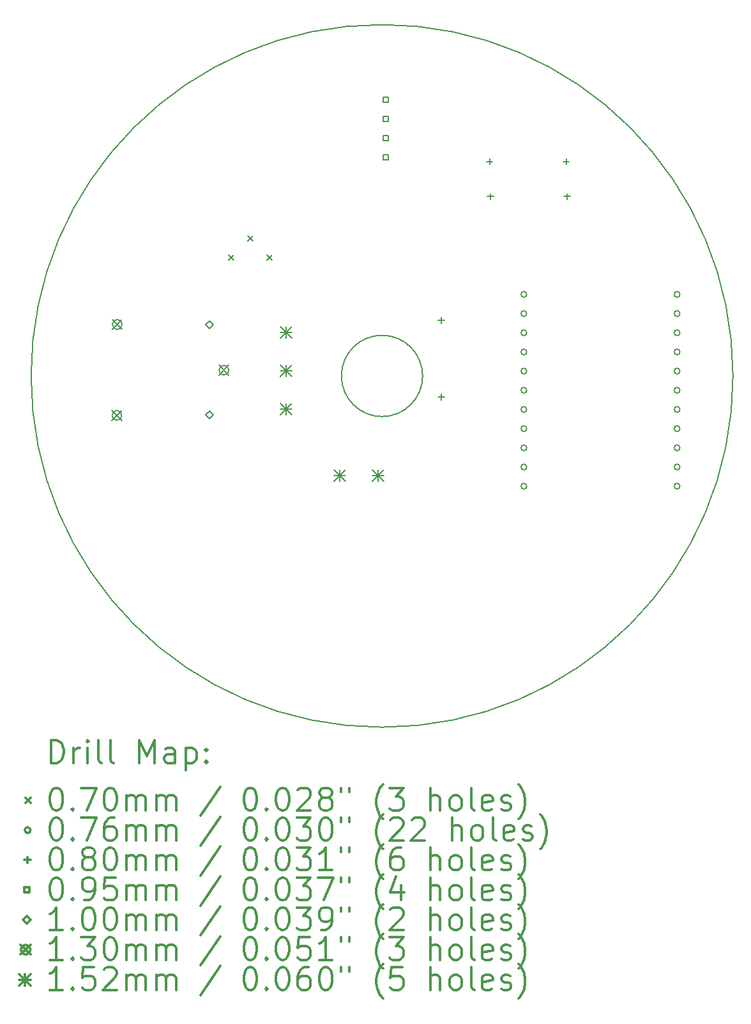
<source format=gbr>
%FSLAX45Y45*%
G04 Gerber Fmt 4.5, Leading zero omitted, Abs format (unit mm)*
G04 Created by KiCad (PCBNEW 4.0.7) date 2018 May 07, Monday 10:52:16*
%MOMM*%
%LPD*%
G01*
G04 APERTURE LIST*
%ADD10C,0.127000*%
%ADD11C,0.150000*%
%ADD12C,0.200000*%
%ADD13C,0.300000*%
G04 APERTURE END LIST*
D10*
D11*
X15981716Y-9042400D02*
G75*
G03X15981716Y-9042400I-538517J0D01*
G01*
X20095963Y-9042400D02*
G75*
G03X20095963Y-9042400I-4652763J0D01*
G01*
D12*
X13405400Y-7441500D02*
X13475400Y-7511500D01*
X13475400Y-7441500D02*
X13405400Y-7511500D01*
X13659400Y-7187500D02*
X13729400Y-7257500D01*
X13729400Y-7187500D02*
X13659400Y-7257500D01*
X13913400Y-7441500D02*
X13983400Y-7511500D01*
X13983400Y-7441500D02*
X13913400Y-7511500D01*
X17360900Y-7962900D02*
G75*
G03X17360900Y-7962900I-38100J0D01*
G01*
X17360900Y-8216900D02*
G75*
G03X17360900Y-8216900I-38100J0D01*
G01*
X17360900Y-8470900D02*
G75*
G03X17360900Y-8470900I-38100J0D01*
G01*
X17360900Y-8724900D02*
G75*
G03X17360900Y-8724900I-38100J0D01*
G01*
X17360900Y-8978900D02*
G75*
G03X17360900Y-8978900I-38100J0D01*
G01*
X17360900Y-9232900D02*
G75*
G03X17360900Y-9232900I-38100J0D01*
G01*
X17360900Y-9486900D02*
G75*
G03X17360900Y-9486900I-38100J0D01*
G01*
X17360900Y-9740900D02*
G75*
G03X17360900Y-9740900I-38100J0D01*
G01*
X17360900Y-9994900D02*
G75*
G03X17360900Y-9994900I-38100J0D01*
G01*
X17360900Y-10248900D02*
G75*
G03X17360900Y-10248900I-38100J0D01*
G01*
X17360900Y-10502900D02*
G75*
G03X17360900Y-10502900I-38100J0D01*
G01*
X19392900Y-7962900D02*
G75*
G03X19392900Y-7962900I-38100J0D01*
G01*
X19392900Y-8216900D02*
G75*
G03X19392900Y-8216900I-38100J0D01*
G01*
X19392900Y-8470900D02*
G75*
G03X19392900Y-8470900I-38100J0D01*
G01*
X19392900Y-8724900D02*
G75*
G03X19392900Y-8724900I-38100J0D01*
G01*
X19392900Y-8978900D02*
G75*
G03X19392900Y-8978900I-38100J0D01*
G01*
X19392900Y-9232900D02*
G75*
G03X19392900Y-9232900I-38100J0D01*
G01*
X19392900Y-9486900D02*
G75*
G03X19392900Y-9486900I-38100J0D01*
G01*
X19392900Y-9740900D02*
G75*
G03X19392900Y-9740900I-38100J0D01*
G01*
X19392900Y-9994900D02*
G75*
G03X19392900Y-9994900I-38100J0D01*
G01*
X19392900Y-10248900D02*
G75*
G03X19392900Y-10248900I-38100J0D01*
G01*
X19392900Y-10502900D02*
G75*
G03X19392900Y-10502900I-38100J0D01*
G01*
X16230600Y-8265800D02*
X16230600Y-8345800D01*
X16190600Y-8305800D02*
X16270600Y-8305800D01*
X16230600Y-9281800D02*
X16230600Y-9361800D01*
X16190600Y-9321800D02*
X16270600Y-9321800D01*
X16870200Y-6162700D02*
X16870200Y-6242700D01*
X16830200Y-6202700D02*
X16910200Y-6202700D01*
X16881300Y-6626500D02*
X16881300Y-6706500D01*
X16841300Y-6666500D02*
X16921300Y-6666500D01*
X17886200Y-6162700D02*
X17886200Y-6242700D01*
X17846200Y-6202700D02*
X17926200Y-6202700D01*
X17897300Y-6626500D02*
X17897300Y-6706500D01*
X17857300Y-6666500D02*
X17937300Y-6666500D01*
X15528888Y-5414588D02*
X15528888Y-5347412D01*
X15461712Y-5347412D01*
X15461712Y-5414588D01*
X15528888Y-5414588D01*
X15528888Y-5668588D02*
X15528888Y-5601412D01*
X15461712Y-5601412D01*
X15461712Y-5668588D01*
X15528888Y-5668588D01*
X15528888Y-5922588D02*
X15528888Y-5855412D01*
X15461712Y-5855412D01*
X15461712Y-5922588D01*
X15528888Y-5922588D01*
X15528888Y-6176588D02*
X15528888Y-6109412D01*
X15461712Y-6109412D01*
X15461712Y-6176588D01*
X15528888Y-6176588D01*
X13152700Y-8411200D02*
X13202700Y-8361200D01*
X13152700Y-8311200D01*
X13102700Y-8361200D01*
X13152700Y-8411200D01*
X13152700Y-9611200D02*
X13202700Y-9561200D01*
X13152700Y-9511200D01*
X13102700Y-9561200D01*
X13152700Y-9611200D01*
X11862700Y-9501200D02*
X11992700Y-9631200D01*
X11992700Y-9501200D02*
X11862700Y-9631200D01*
X11992700Y-9566200D02*
G75*
G03X11992700Y-9566200I-65000J0D01*
G01*
X11867700Y-8296200D02*
X11997700Y-8426200D01*
X11997700Y-8296200D02*
X11867700Y-8426200D01*
X11997700Y-8361200D02*
G75*
G03X11997700Y-8361200I-65000J0D01*
G01*
X13282700Y-8901200D02*
X13412700Y-9031200D01*
X13412700Y-8901200D02*
X13282700Y-9031200D01*
X13412700Y-8966200D02*
G75*
G03X13412700Y-8966200I-65000J0D01*
G01*
X14094500Y-8385800D02*
X14246900Y-8538200D01*
X14246900Y-8385800D02*
X14094500Y-8538200D01*
X14170700Y-8385800D02*
X14170700Y-8538200D01*
X14094500Y-8462000D02*
X14246900Y-8462000D01*
X14094500Y-8893800D02*
X14246900Y-9046200D01*
X14246900Y-8893800D02*
X14094500Y-9046200D01*
X14170700Y-8893800D02*
X14170700Y-9046200D01*
X14094500Y-8970000D02*
X14246900Y-8970000D01*
X14094500Y-9401800D02*
X14246900Y-9554200D01*
X14246900Y-9401800D02*
X14094500Y-9554200D01*
X14170700Y-9401800D02*
X14170700Y-9554200D01*
X14094500Y-9478000D02*
X14246900Y-9478000D01*
X14808200Y-10287000D02*
X14960600Y-10439400D01*
X14960600Y-10287000D02*
X14808200Y-10439400D01*
X14884400Y-10287000D02*
X14884400Y-10439400D01*
X14808200Y-10363200D02*
X14960600Y-10363200D01*
X15316200Y-10287000D02*
X15468600Y-10439400D01*
X15468600Y-10287000D02*
X15316200Y-10439400D01*
X15392400Y-10287000D02*
X15392400Y-10439400D01*
X15316200Y-10363200D02*
X15468600Y-10363200D01*
D13*
X11054366Y-14168377D02*
X11054366Y-13868377D01*
X11125794Y-13868377D01*
X11168652Y-13882663D01*
X11197223Y-13911234D01*
X11211509Y-13939806D01*
X11225794Y-13996948D01*
X11225794Y-14039806D01*
X11211509Y-14096948D01*
X11197223Y-14125520D01*
X11168652Y-14154091D01*
X11125794Y-14168377D01*
X11054366Y-14168377D01*
X11354366Y-14168377D02*
X11354366Y-13968377D01*
X11354366Y-14025520D02*
X11368652Y-13996948D01*
X11382937Y-13982663D01*
X11411509Y-13968377D01*
X11440080Y-13968377D01*
X11540080Y-14168377D02*
X11540080Y-13968377D01*
X11540080Y-13868377D02*
X11525794Y-13882663D01*
X11540080Y-13896948D01*
X11554366Y-13882663D01*
X11540080Y-13868377D01*
X11540080Y-13896948D01*
X11725794Y-14168377D02*
X11697223Y-14154091D01*
X11682937Y-14125520D01*
X11682937Y-13868377D01*
X11882937Y-14168377D02*
X11854366Y-14154091D01*
X11840080Y-14125520D01*
X11840080Y-13868377D01*
X12225794Y-14168377D02*
X12225794Y-13868377D01*
X12325794Y-14082663D01*
X12425794Y-13868377D01*
X12425794Y-14168377D01*
X12697223Y-14168377D02*
X12697223Y-14011234D01*
X12682937Y-13982663D01*
X12654366Y-13968377D01*
X12597223Y-13968377D01*
X12568652Y-13982663D01*
X12697223Y-14154091D02*
X12668652Y-14168377D01*
X12597223Y-14168377D01*
X12568652Y-14154091D01*
X12554366Y-14125520D01*
X12554366Y-14096948D01*
X12568652Y-14068377D01*
X12597223Y-14054091D01*
X12668652Y-14054091D01*
X12697223Y-14039806D01*
X12840080Y-13968377D02*
X12840080Y-14268377D01*
X12840080Y-13982663D02*
X12868652Y-13968377D01*
X12925794Y-13968377D01*
X12954366Y-13982663D01*
X12968652Y-13996948D01*
X12982937Y-14025520D01*
X12982937Y-14111234D01*
X12968652Y-14139806D01*
X12954366Y-14154091D01*
X12925794Y-14168377D01*
X12868652Y-14168377D01*
X12840080Y-14154091D01*
X13111509Y-14139806D02*
X13125794Y-14154091D01*
X13111509Y-14168377D01*
X13097223Y-14154091D01*
X13111509Y-14139806D01*
X13111509Y-14168377D01*
X13111509Y-13982663D02*
X13125794Y-13996948D01*
X13111509Y-14011234D01*
X13097223Y-13996948D01*
X13111509Y-13982663D01*
X13111509Y-14011234D01*
X10712937Y-14627663D02*
X10782937Y-14697663D01*
X10782937Y-14627663D02*
X10712937Y-14697663D01*
X11111509Y-14498377D02*
X11140080Y-14498377D01*
X11168652Y-14512663D01*
X11182937Y-14526948D01*
X11197223Y-14555520D01*
X11211509Y-14612663D01*
X11211509Y-14684091D01*
X11197223Y-14741234D01*
X11182937Y-14769806D01*
X11168652Y-14784091D01*
X11140080Y-14798377D01*
X11111509Y-14798377D01*
X11082937Y-14784091D01*
X11068652Y-14769806D01*
X11054366Y-14741234D01*
X11040080Y-14684091D01*
X11040080Y-14612663D01*
X11054366Y-14555520D01*
X11068652Y-14526948D01*
X11082937Y-14512663D01*
X11111509Y-14498377D01*
X11340080Y-14769806D02*
X11354366Y-14784091D01*
X11340080Y-14798377D01*
X11325794Y-14784091D01*
X11340080Y-14769806D01*
X11340080Y-14798377D01*
X11454366Y-14498377D02*
X11654366Y-14498377D01*
X11525794Y-14798377D01*
X11825794Y-14498377D02*
X11854366Y-14498377D01*
X11882937Y-14512663D01*
X11897223Y-14526948D01*
X11911509Y-14555520D01*
X11925794Y-14612663D01*
X11925794Y-14684091D01*
X11911509Y-14741234D01*
X11897223Y-14769806D01*
X11882937Y-14784091D01*
X11854366Y-14798377D01*
X11825794Y-14798377D01*
X11797223Y-14784091D01*
X11782937Y-14769806D01*
X11768652Y-14741234D01*
X11754366Y-14684091D01*
X11754366Y-14612663D01*
X11768652Y-14555520D01*
X11782937Y-14526948D01*
X11797223Y-14512663D01*
X11825794Y-14498377D01*
X12054366Y-14798377D02*
X12054366Y-14598377D01*
X12054366Y-14626948D02*
X12068652Y-14612663D01*
X12097223Y-14598377D01*
X12140080Y-14598377D01*
X12168652Y-14612663D01*
X12182937Y-14641234D01*
X12182937Y-14798377D01*
X12182937Y-14641234D02*
X12197223Y-14612663D01*
X12225794Y-14598377D01*
X12268652Y-14598377D01*
X12297223Y-14612663D01*
X12311509Y-14641234D01*
X12311509Y-14798377D01*
X12454366Y-14798377D02*
X12454366Y-14598377D01*
X12454366Y-14626948D02*
X12468652Y-14612663D01*
X12497223Y-14598377D01*
X12540080Y-14598377D01*
X12568652Y-14612663D01*
X12582937Y-14641234D01*
X12582937Y-14798377D01*
X12582937Y-14641234D02*
X12597223Y-14612663D01*
X12625794Y-14598377D01*
X12668652Y-14598377D01*
X12697223Y-14612663D01*
X12711509Y-14641234D01*
X12711509Y-14798377D01*
X13297223Y-14484091D02*
X13040080Y-14869806D01*
X13682937Y-14498377D02*
X13711509Y-14498377D01*
X13740080Y-14512663D01*
X13754366Y-14526948D01*
X13768651Y-14555520D01*
X13782937Y-14612663D01*
X13782937Y-14684091D01*
X13768651Y-14741234D01*
X13754366Y-14769806D01*
X13740080Y-14784091D01*
X13711509Y-14798377D01*
X13682937Y-14798377D01*
X13654366Y-14784091D01*
X13640080Y-14769806D01*
X13625794Y-14741234D01*
X13611509Y-14684091D01*
X13611509Y-14612663D01*
X13625794Y-14555520D01*
X13640080Y-14526948D01*
X13654366Y-14512663D01*
X13682937Y-14498377D01*
X13911509Y-14769806D02*
X13925794Y-14784091D01*
X13911509Y-14798377D01*
X13897223Y-14784091D01*
X13911509Y-14769806D01*
X13911509Y-14798377D01*
X14111509Y-14498377D02*
X14140080Y-14498377D01*
X14168651Y-14512663D01*
X14182937Y-14526948D01*
X14197223Y-14555520D01*
X14211509Y-14612663D01*
X14211509Y-14684091D01*
X14197223Y-14741234D01*
X14182937Y-14769806D01*
X14168651Y-14784091D01*
X14140080Y-14798377D01*
X14111509Y-14798377D01*
X14082937Y-14784091D01*
X14068651Y-14769806D01*
X14054366Y-14741234D01*
X14040080Y-14684091D01*
X14040080Y-14612663D01*
X14054366Y-14555520D01*
X14068651Y-14526948D01*
X14082937Y-14512663D01*
X14111509Y-14498377D01*
X14325794Y-14526948D02*
X14340080Y-14512663D01*
X14368651Y-14498377D01*
X14440080Y-14498377D01*
X14468651Y-14512663D01*
X14482937Y-14526948D01*
X14497223Y-14555520D01*
X14497223Y-14584091D01*
X14482937Y-14626948D01*
X14311509Y-14798377D01*
X14497223Y-14798377D01*
X14668651Y-14626948D02*
X14640080Y-14612663D01*
X14625794Y-14598377D01*
X14611509Y-14569806D01*
X14611509Y-14555520D01*
X14625794Y-14526948D01*
X14640080Y-14512663D01*
X14668651Y-14498377D01*
X14725794Y-14498377D01*
X14754366Y-14512663D01*
X14768651Y-14526948D01*
X14782937Y-14555520D01*
X14782937Y-14569806D01*
X14768651Y-14598377D01*
X14754366Y-14612663D01*
X14725794Y-14626948D01*
X14668651Y-14626948D01*
X14640080Y-14641234D01*
X14625794Y-14655520D01*
X14611509Y-14684091D01*
X14611509Y-14741234D01*
X14625794Y-14769806D01*
X14640080Y-14784091D01*
X14668651Y-14798377D01*
X14725794Y-14798377D01*
X14754366Y-14784091D01*
X14768651Y-14769806D01*
X14782937Y-14741234D01*
X14782937Y-14684091D01*
X14768651Y-14655520D01*
X14754366Y-14641234D01*
X14725794Y-14626948D01*
X14897223Y-14498377D02*
X14897223Y-14555520D01*
X15011509Y-14498377D02*
X15011509Y-14555520D01*
X15454366Y-14912663D02*
X15440080Y-14898377D01*
X15411509Y-14855520D01*
X15397223Y-14826948D01*
X15382937Y-14784091D01*
X15368651Y-14712663D01*
X15368651Y-14655520D01*
X15382937Y-14584091D01*
X15397223Y-14541234D01*
X15411509Y-14512663D01*
X15440080Y-14469806D01*
X15454366Y-14455520D01*
X15540080Y-14498377D02*
X15725794Y-14498377D01*
X15625794Y-14612663D01*
X15668651Y-14612663D01*
X15697223Y-14626948D01*
X15711509Y-14641234D01*
X15725794Y-14669806D01*
X15725794Y-14741234D01*
X15711509Y-14769806D01*
X15697223Y-14784091D01*
X15668651Y-14798377D01*
X15582937Y-14798377D01*
X15554366Y-14784091D01*
X15540080Y-14769806D01*
X16082937Y-14798377D02*
X16082937Y-14498377D01*
X16211509Y-14798377D02*
X16211509Y-14641234D01*
X16197223Y-14612663D01*
X16168651Y-14598377D01*
X16125794Y-14598377D01*
X16097223Y-14612663D01*
X16082937Y-14626948D01*
X16397223Y-14798377D02*
X16368651Y-14784091D01*
X16354366Y-14769806D01*
X16340080Y-14741234D01*
X16340080Y-14655520D01*
X16354366Y-14626948D01*
X16368651Y-14612663D01*
X16397223Y-14598377D01*
X16440080Y-14598377D01*
X16468651Y-14612663D01*
X16482937Y-14626948D01*
X16497223Y-14655520D01*
X16497223Y-14741234D01*
X16482937Y-14769806D01*
X16468651Y-14784091D01*
X16440080Y-14798377D01*
X16397223Y-14798377D01*
X16668651Y-14798377D02*
X16640080Y-14784091D01*
X16625794Y-14755520D01*
X16625794Y-14498377D01*
X16897223Y-14784091D02*
X16868652Y-14798377D01*
X16811509Y-14798377D01*
X16782937Y-14784091D01*
X16768652Y-14755520D01*
X16768652Y-14641234D01*
X16782937Y-14612663D01*
X16811509Y-14598377D01*
X16868652Y-14598377D01*
X16897223Y-14612663D01*
X16911509Y-14641234D01*
X16911509Y-14669806D01*
X16768652Y-14698377D01*
X17025795Y-14784091D02*
X17054366Y-14798377D01*
X17111509Y-14798377D01*
X17140080Y-14784091D01*
X17154366Y-14755520D01*
X17154366Y-14741234D01*
X17140080Y-14712663D01*
X17111509Y-14698377D01*
X17068652Y-14698377D01*
X17040080Y-14684091D01*
X17025795Y-14655520D01*
X17025795Y-14641234D01*
X17040080Y-14612663D01*
X17068652Y-14598377D01*
X17111509Y-14598377D01*
X17140080Y-14612663D01*
X17254366Y-14912663D02*
X17268652Y-14898377D01*
X17297223Y-14855520D01*
X17311509Y-14826948D01*
X17325794Y-14784091D01*
X17340080Y-14712663D01*
X17340080Y-14655520D01*
X17325794Y-14584091D01*
X17311509Y-14541234D01*
X17297223Y-14512663D01*
X17268652Y-14469806D01*
X17254366Y-14455520D01*
X10782937Y-15058663D02*
G75*
G03X10782937Y-15058663I-38100J0D01*
G01*
X11111509Y-14894377D02*
X11140080Y-14894377D01*
X11168652Y-14908663D01*
X11182937Y-14922948D01*
X11197223Y-14951520D01*
X11211509Y-15008663D01*
X11211509Y-15080091D01*
X11197223Y-15137234D01*
X11182937Y-15165806D01*
X11168652Y-15180091D01*
X11140080Y-15194377D01*
X11111509Y-15194377D01*
X11082937Y-15180091D01*
X11068652Y-15165806D01*
X11054366Y-15137234D01*
X11040080Y-15080091D01*
X11040080Y-15008663D01*
X11054366Y-14951520D01*
X11068652Y-14922948D01*
X11082937Y-14908663D01*
X11111509Y-14894377D01*
X11340080Y-15165806D02*
X11354366Y-15180091D01*
X11340080Y-15194377D01*
X11325794Y-15180091D01*
X11340080Y-15165806D01*
X11340080Y-15194377D01*
X11454366Y-14894377D02*
X11654366Y-14894377D01*
X11525794Y-15194377D01*
X11897223Y-14894377D02*
X11840080Y-14894377D01*
X11811509Y-14908663D01*
X11797223Y-14922948D01*
X11768652Y-14965806D01*
X11754366Y-15022948D01*
X11754366Y-15137234D01*
X11768652Y-15165806D01*
X11782937Y-15180091D01*
X11811509Y-15194377D01*
X11868652Y-15194377D01*
X11897223Y-15180091D01*
X11911509Y-15165806D01*
X11925794Y-15137234D01*
X11925794Y-15065806D01*
X11911509Y-15037234D01*
X11897223Y-15022948D01*
X11868652Y-15008663D01*
X11811509Y-15008663D01*
X11782937Y-15022948D01*
X11768652Y-15037234D01*
X11754366Y-15065806D01*
X12054366Y-15194377D02*
X12054366Y-14994377D01*
X12054366Y-15022948D02*
X12068652Y-15008663D01*
X12097223Y-14994377D01*
X12140080Y-14994377D01*
X12168652Y-15008663D01*
X12182937Y-15037234D01*
X12182937Y-15194377D01*
X12182937Y-15037234D02*
X12197223Y-15008663D01*
X12225794Y-14994377D01*
X12268652Y-14994377D01*
X12297223Y-15008663D01*
X12311509Y-15037234D01*
X12311509Y-15194377D01*
X12454366Y-15194377D02*
X12454366Y-14994377D01*
X12454366Y-15022948D02*
X12468652Y-15008663D01*
X12497223Y-14994377D01*
X12540080Y-14994377D01*
X12568652Y-15008663D01*
X12582937Y-15037234D01*
X12582937Y-15194377D01*
X12582937Y-15037234D02*
X12597223Y-15008663D01*
X12625794Y-14994377D01*
X12668652Y-14994377D01*
X12697223Y-15008663D01*
X12711509Y-15037234D01*
X12711509Y-15194377D01*
X13297223Y-14880091D02*
X13040080Y-15265806D01*
X13682937Y-14894377D02*
X13711509Y-14894377D01*
X13740080Y-14908663D01*
X13754366Y-14922948D01*
X13768651Y-14951520D01*
X13782937Y-15008663D01*
X13782937Y-15080091D01*
X13768651Y-15137234D01*
X13754366Y-15165806D01*
X13740080Y-15180091D01*
X13711509Y-15194377D01*
X13682937Y-15194377D01*
X13654366Y-15180091D01*
X13640080Y-15165806D01*
X13625794Y-15137234D01*
X13611509Y-15080091D01*
X13611509Y-15008663D01*
X13625794Y-14951520D01*
X13640080Y-14922948D01*
X13654366Y-14908663D01*
X13682937Y-14894377D01*
X13911509Y-15165806D02*
X13925794Y-15180091D01*
X13911509Y-15194377D01*
X13897223Y-15180091D01*
X13911509Y-15165806D01*
X13911509Y-15194377D01*
X14111509Y-14894377D02*
X14140080Y-14894377D01*
X14168651Y-14908663D01*
X14182937Y-14922948D01*
X14197223Y-14951520D01*
X14211509Y-15008663D01*
X14211509Y-15080091D01*
X14197223Y-15137234D01*
X14182937Y-15165806D01*
X14168651Y-15180091D01*
X14140080Y-15194377D01*
X14111509Y-15194377D01*
X14082937Y-15180091D01*
X14068651Y-15165806D01*
X14054366Y-15137234D01*
X14040080Y-15080091D01*
X14040080Y-15008663D01*
X14054366Y-14951520D01*
X14068651Y-14922948D01*
X14082937Y-14908663D01*
X14111509Y-14894377D01*
X14311509Y-14894377D02*
X14497223Y-14894377D01*
X14397223Y-15008663D01*
X14440080Y-15008663D01*
X14468651Y-15022948D01*
X14482937Y-15037234D01*
X14497223Y-15065806D01*
X14497223Y-15137234D01*
X14482937Y-15165806D01*
X14468651Y-15180091D01*
X14440080Y-15194377D01*
X14354366Y-15194377D01*
X14325794Y-15180091D01*
X14311509Y-15165806D01*
X14682937Y-14894377D02*
X14711509Y-14894377D01*
X14740080Y-14908663D01*
X14754366Y-14922948D01*
X14768651Y-14951520D01*
X14782937Y-15008663D01*
X14782937Y-15080091D01*
X14768651Y-15137234D01*
X14754366Y-15165806D01*
X14740080Y-15180091D01*
X14711509Y-15194377D01*
X14682937Y-15194377D01*
X14654366Y-15180091D01*
X14640080Y-15165806D01*
X14625794Y-15137234D01*
X14611509Y-15080091D01*
X14611509Y-15008663D01*
X14625794Y-14951520D01*
X14640080Y-14922948D01*
X14654366Y-14908663D01*
X14682937Y-14894377D01*
X14897223Y-14894377D02*
X14897223Y-14951520D01*
X15011509Y-14894377D02*
X15011509Y-14951520D01*
X15454366Y-15308663D02*
X15440080Y-15294377D01*
X15411509Y-15251520D01*
X15397223Y-15222948D01*
X15382937Y-15180091D01*
X15368651Y-15108663D01*
X15368651Y-15051520D01*
X15382937Y-14980091D01*
X15397223Y-14937234D01*
X15411509Y-14908663D01*
X15440080Y-14865806D01*
X15454366Y-14851520D01*
X15554366Y-14922948D02*
X15568651Y-14908663D01*
X15597223Y-14894377D01*
X15668651Y-14894377D01*
X15697223Y-14908663D01*
X15711509Y-14922948D01*
X15725794Y-14951520D01*
X15725794Y-14980091D01*
X15711509Y-15022948D01*
X15540080Y-15194377D01*
X15725794Y-15194377D01*
X15840080Y-14922948D02*
X15854366Y-14908663D01*
X15882937Y-14894377D01*
X15954366Y-14894377D01*
X15982937Y-14908663D01*
X15997223Y-14922948D01*
X16011509Y-14951520D01*
X16011509Y-14980091D01*
X15997223Y-15022948D01*
X15825794Y-15194377D01*
X16011509Y-15194377D01*
X16368651Y-15194377D02*
X16368651Y-14894377D01*
X16497223Y-15194377D02*
X16497223Y-15037234D01*
X16482937Y-15008663D01*
X16454366Y-14994377D01*
X16411509Y-14994377D01*
X16382937Y-15008663D01*
X16368651Y-15022948D01*
X16682937Y-15194377D02*
X16654366Y-15180091D01*
X16640080Y-15165806D01*
X16625794Y-15137234D01*
X16625794Y-15051520D01*
X16640080Y-15022948D01*
X16654366Y-15008663D01*
X16682937Y-14994377D01*
X16725794Y-14994377D01*
X16754366Y-15008663D01*
X16768651Y-15022948D01*
X16782937Y-15051520D01*
X16782937Y-15137234D01*
X16768651Y-15165806D01*
X16754366Y-15180091D01*
X16725794Y-15194377D01*
X16682937Y-15194377D01*
X16954366Y-15194377D02*
X16925794Y-15180091D01*
X16911509Y-15151520D01*
X16911509Y-14894377D01*
X17182937Y-15180091D02*
X17154366Y-15194377D01*
X17097223Y-15194377D01*
X17068652Y-15180091D01*
X17054366Y-15151520D01*
X17054366Y-15037234D01*
X17068652Y-15008663D01*
X17097223Y-14994377D01*
X17154366Y-14994377D01*
X17182937Y-15008663D01*
X17197223Y-15037234D01*
X17197223Y-15065806D01*
X17054366Y-15094377D01*
X17311509Y-15180091D02*
X17340080Y-15194377D01*
X17397223Y-15194377D01*
X17425795Y-15180091D01*
X17440080Y-15151520D01*
X17440080Y-15137234D01*
X17425795Y-15108663D01*
X17397223Y-15094377D01*
X17354366Y-15094377D01*
X17325795Y-15080091D01*
X17311509Y-15051520D01*
X17311509Y-15037234D01*
X17325795Y-15008663D01*
X17354366Y-14994377D01*
X17397223Y-14994377D01*
X17425795Y-15008663D01*
X17540080Y-15308663D02*
X17554366Y-15294377D01*
X17582937Y-15251520D01*
X17597223Y-15222948D01*
X17611509Y-15180091D01*
X17625794Y-15108663D01*
X17625794Y-15051520D01*
X17611509Y-14980091D01*
X17597223Y-14937234D01*
X17582937Y-14908663D01*
X17554366Y-14865806D01*
X17540080Y-14851520D01*
X10742937Y-15414663D02*
X10742937Y-15494663D01*
X10702937Y-15454663D02*
X10782937Y-15454663D01*
X11111509Y-15290377D02*
X11140080Y-15290377D01*
X11168652Y-15304663D01*
X11182937Y-15318948D01*
X11197223Y-15347520D01*
X11211509Y-15404663D01*
X11211509Y-15476091D01*
X11197223Y-15533234D01*
X11182937Y-15561806D01*
X11168652Y-15576091D01*
X11140080Y-15590377D01*
X11111509Y-15590377D01*
X11082937Y-15576091D01*
X11068652Y-15561806D01*
X11054366Y-15533234D01*
X11040080Y-15476091D01*
X11040080Y-15404663D01*
X11054366Y-15347520D01*
X11068652Y-15318948D01*
X11082937Y-15304663D01*
X11111509Y-15290377D01*
X11340080Y-15561806D02*
X11354366Y-15576091D01*
X11340080Y-15590377D01*
X11325794Y-15576091D01*
X11340080Y-15561806D01*
X11340080Y-15590377D01*
X11525794Y-15418948D02*
X11497223Y-15404663D01*
X11482937Y-15390377D01*
X11468652Y-15361806D01*
X11468652Y-15347520D01*
X11482937Y-15318948D01*
X11497223Y-15304663D01*
X11525794Y-15290377D01*
X11582937Y-15290377D01*
X11611509Y-15304663D01*
X11625794Y-15318948D01*
X11640080Y-15347520D01*
X11640080Y-15361806D01*
X11625794Y-15390377D01*
X11611509Y-15404663D01*
X11582937Y-15418948D01*
X11525794Y-15418948D01*
X11497223Y-15433234D01*
X11482937Y-15447520D01*
X11468652Y-15476091D01*
X11468652Y-15533234D01*
X11482937Y-15561806D01*
X11497223Y-15576091D01*
X11525794Y-15590377D01*
X11582937Y-15590377D01*
X11611509Y-15576091D01*
X11625794Y-15561806D01*
X11640080Y-15533234D01*
X11640080Y-15476091D01*
X11625794Y-15447520D01*
X11611509Y-15433234D01*
X11582937Y-15418948D01*
X11825794Y-15290377D02*
X11854366Y-15290377D01*
X11882937Y-15304663D01*
X11897223Y-15318948D01*
X11911509Y-15347520D01*
X11925794Y-15404663D01*
X11925794Y-15476091D01*
X11911509Y-15533234D01*
X11897223Y-15561806D01*
X11882937Y-15576091D01*
X11854366Y-15590377D01*
X11825794Y-15590377D01*
X11797223Y-15576091D01*
X11782937Y-15561806D01*
X11768652Y-15533234D01*
X11754366Y-15476091D01*
X11754366Y-15404663D01*
X11768652Y-15347520D01*
X11782937Y-15318948D01*
X11797223Y-15304663D01*
X11825794Y-15290377D01*
X12054366Y-15590377D02*
X12054366Y-15390377D01*
X12054366Y-15418948D02*
X12068652Y-15404663D01*
X12097223Y-15390377D01*
X12140080Y-15390377D01*
X12168652Y-15404663D01*
X12182937Y-15433234D01*
X12182937Y-15590377D01*
X12182937Y-15433234D02*
X12197223Y-15404663D01*
X12225794Y-15390377D01*
X12268652Y-15390377D01*
X12297223Y-15404663D01*
X12311509Y-15433234D01*
X12311509Y-15590377D01*
X12454366Y-15590377D02*
X12454366Y-15390377D01*
X12454366Y-15418948D02*
X12468652Y-15404663D01*
X12497223Y-15390377D01*
X12540080Y-15390377D01*
X12568652Y-15404663D01*
X12582937Y-15433234D01*
X12582937Y-15590377D01*
X12582937Y-15433234D02*
X12597223Y-15404663D01*
X12625794Y-15390377D01*
X12668652Y-15390377D01*
X12697223Y-15404663D01*
X12711509Y-15433234D01*
X12711509Y-15590377D01*
X13297223Y-15276091D02*
X13040080Y-15661806D01*
X13682937Y-15290377D02*
X13711509Y-15290377D01*
X13740080Y-15304663D01*
X13754366Y-15318948D01*
X13768651Y-15347520D01*
X13782937Y-15404663D01*
X13782937Y-15476091D01*
X13768651Y-15533234D01*
X13754366Y-15561806D01*
X13740080Y-15576091D01*
X13711509Y-15590377D01*
X13682937Y-15590377D01*
X13654366Y-15576091D01*
X13640080Y-15561806D01*
X13625794Y-15533234D01*
X13611509Y-15476091D01*
X13611509Y-15404663D01*
X13625794Y-15347520D01*
X13640080Y-15318948D01*
X13654366Y-15304663D01*
X13682937Y-15290377D01*
X13911509Y-15561806D02*
X13925794Y-15576091D01*
X13911509Y-15590377D01*
X13897223Y-15576091D01*
X13911509Y-15561806D01*
X13911509Y-15590377D01*
X14111509Y-15290377D02*
X14140080Y-15290377D01*
X14168651Y-15304663D01*
X14182937Y-15318948D01*
X14197223Y-15347520D01*
X14211509Y-15404663D01*
X14211509Y-15476091D01*
X14197223Y-15533234D01*
X14182937Y-15561806D01*
X14168651Y-15576091D01*
X14140080Y-15590377D01*
X14111509Y-15590377D01*
X14082937Y-15576091D01*
X14068651Y-15561806D01*
X14054366Y-15533234D01*
X14040080Y-15476091D01*
X14040080Y-15404663D01*
X14054366Y-15347520D01*
X14068651Y-15318948D01*
X14082937Y-15304663D01*
X14111509Y-15290377D01*
X14311509Y-15290377D02*
X14497223Y-15290377D01*
X14397223Y-15404663D01*
X14440080Y-15404663D01*
X14468651Y-15418948D01*
X14482937Y-15433234D01*
X14497223Y-15461806D01*
X14497223Y-15533234D01*
X14482937Y-15561806D01*
X14468651Y-15576091D01*
X14440080Y-15590377D01*
X14354366Y-15590377D01*
X14325794Y-15576091D01*
X14311509Y-15561806D01*
X14782937Y-15590377D02*
X14611509Y-15590377D01*
X14697223Y-15590377D02*
X14697223Y-15290377D01*
X14668651Y-15333234D01*
X14640080Y-15361806D01*
X14611509Y-15376091D01*
X14897223Y-15290377D02*
X14897223Y-15347520D01*
X15011509Y-15290377D02*
X15011509Y-15347520D01*
X15454366Y-15704663D02*
X15440080Y-15690377D01*
X15411509Y-15647520D01*
X15397223Y-15618948D01*
X15382937Y-15576091D01*
X15368651Y-15504663D01*
X15368651Y-15447520D01*
X15382937Y-15376091D01*
X15397223Y-15333234D01*
X15411509Y-15304663D01*
X15440080Y-15261806D01*
X15454366Y-15247520D01*
X15697223Y-15290377D02*
X15640080Y-15290377D01*
X15611509Y-15304663D01*
X15597223Y-15318948D01*
X15568651Y-15361806D01*
X15554366Y-15418948D01*
X15554366Y-15533234D01*
X15568651Y-15561806D01*
X15582937Y-15576091D01*
X15611509Y-15590377D01*
X15668651Y-15590377D01*
X15697223Y-15576091D01*
X15711509Y-15561806D01*
X15725794Y-15533234D01*
X15725794Y-15461806D01*
X15711509Y-15433234D01*
X15697223Y-15418948D01*
X15668651Y-15404663D01*
X15611509Y-15404663D01*
X15582937Y-15418948D01*
X15568651Y-15433234D01*
X15554366Y-15461806D01*
X16082937Y-15590377D02*
X16082937Y-15290377D01*
X16211509Y-15590377D02*
X16211509Y-15433234D01*
X16197223Y-15404663D01*
X16168651Y-15390377D01*
X16125794Y-15390377D01*
X16097223Y-15404663D01*
X16082937Y-15418948D01*
X16397223Y-15590377D02*
X16368651Y-15576091D01*
X16354366Y-15561806D01*
X16340080Y-15533234D01*
X16340080Y-15447520D01*
X16354366Y-15418948D01*
X16368651Y-15404663D01*
X16397223Y-15390377D01*
X16440080Y-15390377D01*
X16468651Y-15404663D01*
X16482937Y-15418948D01*
X16497223Y-15447520D01*
X16497223Y-15533234D01*
X16482937Y-15561806D01*
X16468651Y-15576091D01*
X16440080Y-15590377D01*
X16397223Y-15590377D01*
X16668651Y-15590377D02*
X16640080Y-15576091D01*
X16625794Y-15547520D01*
X16625794Y-15290377D01*
X16897223Y-15576091D02*
X16868652Y-15590377D01*
X16811509Y-15590377D01*
X16782937Y-15576091D01*
X16768652Y-15547520D01*
X16768652Y-15433234D01*
X16782937Y-15404663D01*
X16811509Y-15390377D01*
X16868652Y-15390377D01*
X16897223Y-15404663D01*
X16911509Y-15433234D01*
X16911509Y-15461806D01*
X16768652Y-15490377D01*
X17025795Y-15576091D02*
X17054366Y-15590377D01*
X17111509Y-15590377D01*
X17140080Y-15576091D01*
X17154366Y-15547520D01*
X17154366Y-15533234D01*
X17140080Y-15504663D01*
X17111509Y-15490377D01*
X17068652Y-15490377D01*
X17040080Y-15476091D01*
X17025795Y-15447520D01*
X17025795Y-15433234D01*
X17040080Y-15404663D01*
X17068652Y-15390377D01*
X17111509Y-15390377D01*
X17140080Y-15404663D01*
X17254366Y-15704663D02*
X17268652Y-15690377D01*
X17297223Y-15647520D01*
X17311509Y-15618948D01*
X17325794Y-15576091D01*
X17340080Y-15504663D01*
X17340080Y-15447520D01*
X17325794Y-15376091D01*
X17311509Y-15333234D01*
X17297223Y-15304663D01*
X17268652Y-15261806D01*
X17254366Y-15247520D01*
X10769025Y-15884251D02*
X10769025Y-15817075D01*
X10701849Y-15817075D01*
X10701849Y-15884251D01*
X10769025Y-15884251D01*
X11111509Y-15686377D02*
X11140080Y-15686377D01*
X11168652Y-15700663D01*
X11182937Y-15714948D01*
X11197223Y-15743520D01*
X11211509Y-15800663D01*
X11211509Y-15872091D01*
X11197223Y-15929234D01*
X11182937Y-15957806D01*
X11168652Y-15972091D01*
X11140080Y-15986377D01*
X11111509Y-15986377D01*
X11082937Y-15972091D01*
X11068652Y-15957806D01*
X11054366Y-15929234D01*
X11040080Y-15872091D01*
X11040080Y-15800663D01*
X11054366Y-15743520D01*
X11068652Y-15714948D01*
X11082937Y-15700663D01*
X11111509Y-15686377D01*
X11340080Y-15957806D02*
X11354366Y-15972091D01*
X11340080Y-15986377D01*
X11325794Y-15972091D01*
X11340080Y-15957806D01*
X11340080Y-15986377D01*
X11497223Y-15986377D02*
X11554366Y-15986377D01*
X11582937Y-15972091D01*
X11597223Y-15957806D01*
X11625794Y-15914948D01*
X11640080Y-15857806D01*
X11640080Y-15743520D01*
X11625794Y-15714948D01*
X11611509Y-15700663D01*
X11582937Y-15686377D01*
X11525794Y-15686377D01*
X11497223Y-15700663D01*
X11482937Y-15714948D01*
X11468652Y-15743520D01*
X11468652Y-15814948D01*
X11482937Y-15843520D01*
X11497223Y-15857806D01*
X11525794Y-15872091D01*
X11582937Y-15872091D01*
X11611509Y-15857806D01*
X11625794Y-15843520D01*
X11640080Y-15814948D01*
X11911509Y-15686377D02*
X11768652Y-15686377D01*
X11754366Y-15829234D01*
X11768652Y-15814948D01*
X11797223Y-15800663D01*
X11868652Y-15800663D01*
X11897223Y-15814948D01*
X11911509Y-15829234D01*
X11925794Y-15857806D01*
X11925794Y-15929234D01*
X11911509Y-15957806D01*
X11897223Y-15972091D01*
X11868652Y-15986377D01*
X11797223Y-15986377D01*
X11768652Y-15972091D01*
X11754366Y-15957806D01*
X12054366Y-15986377D02*
X12054366Y-15786377D01*
X12054366Y-15814948D02*
X12068652Y-15800663D01*
X12097223Y-15786377D01*
X12140080Y-15786377D01*
X12168652Y-15800663D01*
X12182937Y-15829234D01*
X12182937Y-15986377D01*
X12182937Y-15829234D02*
X12197223Y-15800663D01*
X12225794Y-15786377D01*
X12268652Y-15786377D01*
X12297223Y-15800663D01*
X12311509Y-15829234D01*
X12311509Y-15986377D01*
X12454366Y-15986377D02*
X12454366Y-15786377D01*
X12454366Y-15814948D02*
X12468652Y-15800663D01*
X12497223Y-15786377D01*
X12540080Y-15786377D01*
X12568652Y-15800663D01*
X12582937Y-15829234D01*
X12582937Y-15986377D01*
X12582937Y-15829234D02*
X12597223Y-15800663D01*
X12625794Y-15786377D01*
X12668652Y-15786377D01*
X12697223Y-15800663D01*
X12711509Y-15829234D01*
X12711509Y-15986377D01*
X13297223Y-15672091D02*
X13040080Y-16057806D01*
X13682937Y-15686377D02*
X13711509Y-15686377D01*
X13740080Y-15700663D01*
X13754366Y-15714948D01*
X13768651Y-15743520D01*
X13782937Y-15800663D01*
X13782937Y-15872091D01*
X13768651Y-15929234D01*
X13754366Y-15957806D01*
X13740080Y-15972091D01*
X13711509Y-15986377D01*
X13682937Y-15986377D01*
X13654366Y-15972091D01*
X13640080Y-15957806D01*
X13625794Y-15929234D01*
X13611509Y-15872091D01*
X13611509Y-15800663D01*
X13625794Y-15743520D01*
X13640080Y-15714948D01*
X13654366Y-15700663D01*
X13682937Y-15686377D01*
X13911509Y-15957806D02*
X13925794Y-15972091D01*
X13911509Y-15986377D01*
X13897223Y-15972091D01*
X13911509Y-15957806D01*
X13911509Y-15986377D01*
X14111509Y-15686377D02*
X14140080Y-15686377D01*
X14168651Y-15700663D01*
X14182937Y-15714948D01*
X14197223Y-15743520D01*
X14211509Y-15800663D01*
X14211509Y-15872091D01*
X14197223Y-15929234D01*
X14182937Y-15957806D01*
X14168651Y-15972091D01*
X14140080Y-15986377D01*
X14111509Y-15986377D01*
X14082937Y-15972091D01*
X14068651Y-15957806D01*
X14054366Y-15929234D01*
X14040080Y-15872091D01*
X14040080Y-15800663D01*
X14054366Y-15743520D01*
X14068651Y-15714948D01*
X14082937Y-15700663D01*
X14111509Y-15686377D01*
X14311509Y-15686377D02*
X14497223Y-15686377D01*
X14397223Y-15800663D01*
X14440080Y-15800663D01*
X14468651Y-15814948D01*
X14482937Y-15829234D01*
X14497223Y-15857806D01*
X14497223Y-15929234D01*
X14482937Y-15957806D01*
X14468651Y-15972091D01*
X14440080Y-15986377D01*
X14354366Y-15986377D01*
X14325794Y-15972091D01*
X14311509Y-15957806D01*
X14597223Y-15686377D02*
X14797223Y-15686377D01*
X14668651Y-15986377D01*
X14897223Y-15686377D02*
X14897223Y-15743520D01*
X15011509Y-15686377D02*
X15011509Y-15743520D01*
X15454366Y-16100663D02*
X15440080Y-16086377D01*
X15411509Y-16043520D01*
X15397223Y-16014948D01*
X15382937Y-15972091D01*
X15368651Y-15900663D01*
X15368651Y-15843520D01*
X15382937Y-15772091D01*
X15397223Y-15729234D01*
X15411509Y-15700663D01*
X15440080Y-15657806D01*
X15454366Y-15643520D01*
X15697223Y-15786377D02*
X15697223Y-15986377D01*
X15625794Y-15672091D02*
X15554366Y-15886377D01*
X15740080Y-15886377D01*
X16082937Y-15986377D02*
X16082937Y-15686377D01*
X16211509Y-15986377D02*
X16211509Y-15829234D01*
X16197223Y-15800663D01*
X16168651Y-15786377D01*
X16125794Y-15786377D01*
X16097223Y-15800663D01*
X16082937Y-15814948D01*
X16397223Y-15986377D02*
X16368651Y-15972091D01*
X16354366Y-15957806D01*
X16340080Y-15929234D01*
X16340080Y-15843520D01*
X16354366Y-15814948D01*
X16368651Y-15800663D01*
X16397223Y-15786377D01*
X16440080Y-15786377D01*
X16468651Y-15800663D01*
X16482937Y-15814948D01*
X16497223Y-15843520D01*
X16497223Y-15929234D01*
X16482937Y-15957806D01*
X16468651Y-15972091D01*
X16440080Y-15986377D01*
X16397223Y-15986377D01*
X16668651Y-15986377D02*
X16640080Y-15972091D01*
X16625794Y-15943520D01*
X16625794Y-15686377D01*
X16897223Y-15972091D02*
X16868652Y-15986377D01*
X16811509Y-15986377D01*
X16782937Y-15972091D01*
X16768652Y-15943520D01*
X16768652Y-15829234D01*
X16782937Y-15800663D01*
X16811509Y-15786377D01*
X16868652Y-15786377D01*
X16897223Y-15800663D01*
X16911509Y-15829234D01*
X16911509Y-15857806D01*
X16768652Y-15886377D01*
X17025795Y-15972091D02*
X17054366Y-15986377D01*
X17111509Y-15986377D01*
X17140080Y-15972091D01*
X17154366Y-15943520D01*
X17154366Y-15929234D01*
X17140080Y-15900663D01*
X17111509Y-15886377D01*
X17068652Y-15886377D01*
X17040080Y-15872091D01*
X17025795Y-15843520D01*
X17025795Y-15829234D01*
X17040080Y-15800663D01*
X17068652Y-15786377D01*
X17111509Y-15786377D01*
X17140080Y-15800663D01*
X17254366Y-16100663D02*
X17268652Y-16086377D01*
X17297223Y-16043520D01*
X17311509Y-16014948D01*
X17325794Y-15972091D01*
X17340080Y-15900663D01*
X17340080Y-15843520D01*
X17325794Y-15772091D01*
X17311509Y-15729234D01*
X17297223Y-15700663D01*
X17268652Y-15657806D01*
X17254366Y-15643520D01*
X10732937Y-16296663D02*
X10782937Y-16246663D01*
X10732937Y-16196663D01*
X10682937Y-16246663D01*
X10732937Y-16296663D01*
X11211509Y-16382377D02*
X11040080Y-16382377D01*
X11125794Y-16382377D02*
X11125794Y-16082377D01*
X11097223Y-16125234D01*
X11068652Y-16153806D01*
X11040080Y-16168091D01*
X11340080Y-16353806D02*
X11354366Y-16368091D01*
X11340080Y-16382377D01*
X11325794Y-16368091D01*
X11340080Y-16353806D01*
X11340080Y-16382377D01*
X11540080Y-16082377D02*
X11568652Y-16082377D01*
X11597223Y-16096663D01*
X11611509Y-16110948D01*
X11625794Y-16139520D01*
X11640080Y-16196663D01*
X11640080Y-16268091D01*
X11625794Y-16325234D01*
X11611509Y-16353806D01*
X11597223Y-16368091D01*
X11568652Y-16382377D01*
X11540080Y-16382377D01*
X11511509Y-16368091D01*
X11497223Y-16353806D01*
X11482937Y-16325234D01*
X11468652Y-16268091D01*
X11468652Y-16196663D01*
X11482937Y-16139520D01*
X11497223Y-16110948D01*
X11511509Y-16096663D01*
X11540080Y-16082377D01*
X11825794Y-16082377D02*
X11854366Y-16082377D01*
X11882937Y-16096663D01*
X11897223Y-16110948D01*
X11911509Y-16139520D01*
X11925794Y-16196663D01*
X11925794Y-16268091D01*
X11911509Y-16325234D01*
X11897223Y-16353806D01*
X11882937Y-16368091D01*
X11854366Y-16382377D01*
X11825794Y-16382377D01*
X11797223Y-16368091D01*
X11782937Y-16353806D01*
X11768652Y-16325234D01*
X11754366Y-16268091D01*
X11754366Y-16196663D01*
X11768652Y-16139520D01*
X11782937Y-16110948D01*
X11797223Y-16096663D01*
X11825794Y-16082377D01*
X12054366Y-16382377D02*
X12054366Y-16182377D01*
X12054366Y-16210948D02*
X12068652Y-16196663D01*
X12097223Y-16182377D01*
X12140080Y-16182377D01*
X12168652Y-16196663D01*
X12182937Y-16225234D01*
X12182937Y-16382377D01*
X12182937Y-16225234D02*
X12197223Y-16196663D01*
X12225794Y-16182377D01*
X12268652Y-16182377D01*
X12297223Y-16196663D01*
X12311509Y-16225234D01*
X12311509Y-16382377D01*
X12454366Y-16382377D02*
X12454366Y-16182377D01*
X12454366Y-16210948D02*
X12468652Y-16196663D01*
X12497223Y-16182377D01*
X12540080Y-16182377D01*
X12568652Y-16196663D01*
X12582937Y-16225234D01*
X12582937Y-16382377D01*
X12582937Y-16225234D02*
X12597223Y-16196663D01*
X12625794Y-16182377D01*
X12668652Y-16182377D01*
X12697223Y-16196663D01*
X12711509Y-16225234D01*
X12711509Y-16382377D01*
X13297223Y-16068091D02*
X13040080Y-16453806D01*
X13682937Y-16082377D02*
X13711509Y-16082377D01*
X13740080Y-16096663D01*
X13754366Y-16110948D01*
X13768651Y-16139520D01*
X13782937Y-16196663D01*
X13782937Y-16268091D01*
X13768651Y-16325234D01*
X13754366Y-16353806D01*
X13740080Y-16368091D01*
X13711509Y-16382377D01*
X13682937Y-16382377D01*
X13654366Y-16368091D01*
X13640080Y-16353806D01*
X13625794Y-16325234D01*
X13611509Y-16268091D01*
X13611509Y-16196663D01*
X13625794Y-16139520D01*
X13640080Y-16110948D01*
X13654366Y-16096663D01*
X13682937Y-16082377D01*
X13911509Y-16353806D02*
X13925794Y-16368091D01*
X13911509Y-16382377D01*
X13897223Y-16368091D01*
X13911509Y-16353806D01*
X13911509Y-16382377D01*
X14111509Y-16082377D02*
X14140080Y-16082377D01*
X14168651Y-16096663D01*
X14182937Y-16110948D01*
X14197223Y-16139520D01*
X14211509Y-16196663D01*
X14211509Y-16268091D01*
X14197223Y-16325234D01*
X14182937Y-16353806D01*
X14168651Y-16368091D01*
X14140080Y-16382377D01*
X14111509Y-16382377D01*
X14082937Y-16368091D01*
X14068651Y-16353806D01*
X14054366Y-16325234D01*
X14040080Y-16268091D01*
X14040080Y-16196663D01*
X14054366Y-16139520D01*
X14068651Y-16110948D01*
X14082937Y-16096663D01*
X14111509Y-16082377D01*
X14311509Y-16082377D02*
X14497223Y-16082377D01*
X14397223Y-16196663D01*
X14440080Y-16196663D01*
X14468651Y-16210948D01*
X14482937Y-16225234D01*
X14497223Y-16253806D01*
X14497223Y-16325234D01*
X14482937Y-16353806D01*
X14468651Y-16368091D01*
X14440080Y-16382377D01*
X14354366Y-16382377D01*
X14325794Y-16368091D01*
X14311509Y-16353806D01*
X14640080Y-16382377D02*
X14697223Y-16382377D01*
X14725794Y-16368091D01*
X14740080Y-16353806D01*
X14768651Y-16310948D01*
X14782937Y-16253806D01*
X14782937Y-16139520D01*
X14768651Y-16110948D01*
X14754366Y-16096663D01*
X14725794Y-16082377D01*
X14668651Y-16082377D01*
X14640080Y-16096663D01*
X14625794Y-16110948D01*
X14611509Y-16139520D01*
X14611509Y-16210948D01*
X14625794Y-16239520D01*
X14640080Y-16253806D01*
X14668651Y-16268091D01*
X14725794Y-16268091D01*
X14754366Y-16253806D01*
X14768651Y-16239520D01*
X14782937Y-16210948D01*
X14897223Y-16082377D02*
X14897223Y-16139520D01*
X15011509Y-16082377D02*
X15011509Y-16139520D01*
X15454366Y-16496663D02*
X15440080Y-16482377D01*
X15411509Y-16439520D01*
X15397223Y-16410948D01*
X15382937Y-16368091D01*
X15368651Y-16296663D01*
X15368651Y-16239520D01*
X15382937Y-16168091D01*
X15397223Y-16125234D01*
X15411509Y-16096663D01*
X15440080Y-16053806D01*
X15454366Y-16039520D01*
X15554366Y-16110948D02*
X15568651Y-16096663D01*
X15597223Y-16082377D01*
X15668651Y-16082377D01*
X15697223Y-16096663D01*
X15711509Y-16110948D01*
X15725794Y-16139520D01*
X15725794Y-16168091D01*
X15711509Y-16210948D01*
X15540080Y-16382377D01*
X15725794Y-16382377D01*
X16082937Y-16382377D02*
X16082937Y-16082377D01*
X16211509Y-16382377D02*
X16211509Y-16225234D01*
X16197223Y-16196663D01*
X16168651Y-16182377D01*
X16125794Y-16182377D01*
X16097223Y-16196663D01*
X16082937Y-16210948D01*
X16397223Y-16382377D02*
X16368651Y-16368091D01*
X16354366Y-16353806D01*
X16340080Y-16325234D01*
X16340080Y-16239520D01*
X16354366Y-16210948D01*
X16368651Y-16196663D01*
X16397223Y-16182377D01*
X16440080Y-16182377D01*
X16468651Y-16196663D01*
X16482937Y-16210948D01*
X16497223Y-16239520D01*
X16497223Y-16325234D01*
X16482937Y-16353806D01*
X16468651Y-16368091D01*
X16440080Y-16382377D01*
X16397223Y-16382377D01*
X16668651Y-16382377D02*
X16640080Y-16368091D01*
X16625794Y-16339520D01*
X16625794Y-16082377D01*
X16897223Y-16368091D02*
X16868652Y-16382377D01*
X16811509Y-16382377D01*
X16782937Y-16368091D01*
X16768652Y-16339520D01*
X16768652Y-16225234D01*
X16782937Y-16196663D01*
X16811509Y-16182377D01*
X16868652Y-16182377D01*
X16897223Y-16196663D01*
X16911509Y-16225234D01*
X16911509Y-16253806D01*
X16768652Y-16282377D01*
X17025795Y-16368091D02*
X17054366Y-16382377D01*
X17111509Y-16382377D01*
X17140080Y-16368091D01*
X17154366Y-16339520D01*
X17154366Y-16325234D01*
X17140080Y-16296663D01*
X17111509Y-16282377D01*
X17068652Y-16282377D01*
X17040080Y-16268091D01*
X17025795Y-16239520D01*
X17025795Y-16225234D01*
X17040080Y-16196663D01*
X17068652Y-16182377D01*
X17111509Y-16182377D01*
X17140080Y-16196663D01*
X17254366Y-16496663D02*
X17268652Y-16482377D01*
X17297223Y-16439520D01*
X17311509Y-16410948D01*
X17325794Y-16368091D01*
X17340080Y-16296663D01*
X17340080Y-16239520D01*
X17325794Y-16168091D01*
X17311509Y-16125234D01*
X17297223Y-16096663D01*
X17268652Y-16053806D01*
X17254366Y-16039520D01*
X10652937Y-16577663D02*
X10782937Y-16707663D01*
X10782937Y-16577663D02*
X10652937Y-16707663D01*
X10782937Y-16642663D02*
G75*
G03X10782937Y-16642663I-65000J0D01*
G01*
X11211509Y-16778377D02*
X11040080Y-16778377D01*
X11125794Y-16778377D02*
X11125794Y-16478377D01*
X11097223Y-16521234D01*
X11068652Y-16549806D01*
X11040080Y-16564091D01*
X11340080Y-16749806D02*
X11354366Y-16764091D01*
X11340080Y-16778377D01*
X11325794Y-16764091D01*
X11340080Y-16749806D01*
X11340080Y-16778377D01*
X11454366Y-16478377D02*
X11640080Y-16478377D01*
X11540080Y-16592663D01*
X11582937Y-16592663D01*
X11611509Y-16606948D01*
X11625794Y-16621234D01*
X11640080Y-16649806D01*
X11640080Y-16721234D01*
X11625794Y-16749806D01*
X11611509Y-16764091D01*
X11582937Y-16778377D01*
X11497223Y-16778377D01*
X11468652Y-16764091D01*
X11454366Y-16749806D01*
X11825794Y-16478377D02*
X11854366Y-16478377D01*
X11882937Y-16492663D01*
X11897223Y-16506948D01*
X11911509Y-16535520D01*
X11925794Y-16592663D01*
X11925794Y-16664091D01*
X11911509Y-16721234D01*
X11897223Y-16749806D01*
X11882937Y-16764091D01*
X11854366Y-16778377D01*
X11825794Y-16778377D01*
X11797223Y-16764091D01*
X11782937Y-16749806D01*
X11768652Y-16721234D01*
X11754366Y-16664091D01*
X11754366Y-16592663D01*
X11768652Y-16535520D01*
X11782937Y-16506948D01*
X11797223Y-16492663D01*
X11825794Y-16478377D01*
X12054366Y-16778377D02*
X12054366Y-16578377D01*
X12054366Y-16606948D02*
X12068652Y-16592663D01*
X12097223Y-16578377D01*
X12140080Y-16578377D01*
X12168652Y-16592663D01*
X12182937Y-16621234D01*
X12182937Y-16778377D01*
X12182937Y-16621234D02*
X12197223Y-16592663D01*
X12225794Y-16578377D01*
X12268652Y-16578377D01*
X12297223Y-16592663D01*
X12311509Y-16621234D01*
X12311509Y-16778377D01*
X12454366Y-16778377D02*
X12454366Y-16578377D01*
X12454366Y-16606948D02*
X12468652Y-16592663D01*
X12497223Y-16578377D01*
X12540080Y-16578377D01*
X12568652Y-16592663D01*
X12582937Y-16621234D01*
X12582937Y-16778377D01*
X12582937Y-16621234D02*
X12597223Y-16592663D01*
X12625794Y-16578377D01*
X12668652Y-16578377D01*
X12697223Y-16592663D01*
X12711509Y-16621234D01*
X12711509Y-16778377D01*
X13297223Y-16464091D02*
X13040080Y-16849806D01*
X13682937Y-16478377D02*
X13711509Y-16478377D01*
X13740080Y-16492663D01*
X13754366Y-16506948D01*
X13768651Y-16535520D01*
X13782937Y-16592663D01*
X13782937Y-16664091D01*
X13768651Y-16721234D01*
X13754366Y-16749806D01*
X13740080Y-16764091D01*
X13711509Y-16778377D01*
X13682937Y-16778377D01*
X13654366Y-16764091D01*
X13640080Y-16749806D01*
X13625794Y-16721234D01*
X13611509Y-16664091D01*
X13611509Y-16592663D01*
X13625794Y-16535520D01*
X13640080Y-16506948D01*
X13654366Y-16492663D01*
X13682937Y-16478377D01*
X13911509Y-16749806D02*
X13925794Y-16764091D01*
X13911509Y-16778377D01*
X13897223Y-16764091D01*
X13911509Y-16749806D01*
X13911509Y-16778377D01*
X14111509Y-16478377D02*
X14140080Y-16478377D01*
X14168651Y-16492663D01*
X14182937Y-16506948D01*
X14197223Y-16535520D01*
X14211509Y-16592663D01*
X14211509Y-16664091D01*
X14197223Y-16721234D01*
X14182937Y-16749806D01*
X14168651Y-16764091D01*
X14140080Y-16778377D01*
X14111509Y-16778377D01*
X14082937Y-16764091D01*
X14068651Y-16749806D01*
X14054366Y-16721234D01*
X14040080Y-16664091D01*
X14040080Y-16592663D01*
X14054366Y-16535520D01*
X14068651Y-16506948D01*
X14082937Y-16492663D01*
X14111509Y-16478377D01*
X14482937Y-16478377D02*
X14340080Y-16478377D01*
X14325794Y-16621234D01*
X14340080Y-16606948D01*
X14368651Y-16592663D01*
X14440080Y-16592663D01*
X14468651Y-16606948D01*
X14482937Y-16621234D01*
X14497223Y-16649806D01*
X14497223Y-16721234D01*
X14482937Y-16749806D01*
X14468651Y-16764091D01*
X14440080Y-16778377D01*
X14368651Y-16778377D01*
X14340080Y-16764091D01*
X14325794Y-16749806D01*
X14782937Y-16778377D02*
X14611509Y-16778377D01*
X14697223Y-16778377D02*
X14697223Y-16478377D01*
X14668651Y-16521234D01*
X14640080Y-16549806D01*
X14611509Y-16564091D01*
X14897223Y-16478377D02*
X14897223Y-16535520D01*
X15011509Y-16478377D02*
X15011509Y-16535520D01*
X15454366Y-16892663D02*
X15440080Y-16878377D01*
X15411509Y-16835520D01*
X15397223Y-16806948D01*
X15382937Y-16764091D01*
X15368651Y-16692663D01*
X15368651Y-16635520D01*
X15382937Y-16564091D01*
X15397223Y-16521234D01*
X15411509Y-16492663D01*
X15440080Y-16449806D01*
X15454366Y-16435520D01*
X15540080Y-16478377D02*
X15725794Y-16478377D01*
X15625794Y-16592663D01*
X15668651Y-16592663D01*
X15697223Y-16606948D01*
X15711509Y-16621234D01*
X15725794Y-16649806D01*
X15725794Y-16721234D01*
X15711509Y-16749806D01*
X15697223Y-16764091D01*
X15668651Y-16778377D01*
X15582937Y-16778377D01*
X15554366Y-16764091D01*
X15540080Y-16749806D01*
X16082937Y-16778377D02*
X16082937Y-16478377D01*
X16211509Y-16778377D02*
X16211509Y-16621234D01*
X16197223Y-16592663D01*
X16168651Y-16578377D01*
X16125794Y-16578377D01*
X16097223Y-16592663D01*
X16082937Y-16606948D01*
X16397223Y-16778377D02*
X16368651Y-16764091D01*
X16354366Y-16749806D01*
X16340080Y-16721234D01*
X16340080Y-16635520D01*
X16354366Y-16606948D01*
X16368651Y-16592663D01*
X16397223Y-16578377D01*
X16440080Y-16578377D01*
X16468651Y-16592663D01*
X16482937Y-16606948D01*
X16497223Y-16635520D01*
X16497223Y-16721234D01*
X16482937Y-16749806D01*
X16468651Y-16764091D01*
X16440080Y-16778377D01*
X16397223Y-16778377D01*
X16668651Y-16778377D02*
X16640080Y-16764091D01*
X16625794Y-16735520D01*
X16625794Y-16478377D01*
X16897223Y-16764091D02*
X16868652Y-16778377D01*
X16811509Y-16778377D01*
X16782937Y-16764091D01*
X16768652Y-16735520D01*
X16768652Y-16621234D01*
X16782937Y-16592663D01*
X16811509Y-16578377D01*
X16868652Y-16578377D01*
X16897223Y-16592663D01*
X16911509Y-16621234D01*
X16911509Y-16649806D01*
X16768652Y-16678377D01*
X17025795Y-16764091D02*
X17054366Y-16778377D01*
X17111509Y-16778377D01*
X17140080Y-16764091D01*
X17154366Y-16735520D01*
X17154366Y-16721234D01*
X17140080Y-16692663D01*
X17111509Y-16678377D01*
X17068652Y-16678377D01*
X17040080Y-16664091D01*
X17025795Y-16635520D01*
X17025795Y-16621234D01*
X17040080Y-16592663D01*
X17068652Y-16578377D01*
X17111509Y-16578377D01*
X17140080Y-16592663D01*
X17254366Y-16892663D02*
X17268652Y-16878377D01*
X17297223Y-16835520D01*
X17311509Y-16806948D01*
X17325794Y-16764091D01*
X17340080Y-16692663D01*
X17340080Y-16635520D01*
X17325794Y-16564091D01*
X17311509Y-16521234D01*
X17297223Y-16492663D01*
X17268652Y-16449806D01*
X17254366Y-16435520D01*
X10630537Y-16962463D02*
X10782937Y-17114863D01*
X10782937Y-16962463D02*
X10630537Y-17114863D01*
X10706737Y-16962463D02*
X10706737Y-17114863D01*
X10630537Y-17038663D02*
X10782937Y-17038663D01*
X11211509Y-17174377D02*
X11040080Y-17174377D01*
X11125794Y-17174377D02*
X11125794Y-16874377D01*
X11097223Y-16917234D01*
X11068652Y-16945806D01*
X11040080Y-16960091D01*
X11340080Y-17145806D02*
X11354366Y-17160091D01*
X11340080Y-17174377D01*
X11325794Y-17160091D01*
X11340080Y-17145806D01*
X11340080Y-17174377D01*
X11625794Y-16874377D02*
X11482937Y-16874377D01*
X11468652Y-17017234D01*
X11482937Y-17002948D01*
X11511509Y-16988663D01*
X11582937Y-16988663D01*
X11611509Y-17002948D01*
X11625794Y-17017234D01*
X11640080Y-17045806D01*
X11640080Y-17117234D01*
X11625794Y-17145806D01*
X11611509Y-17160091D01*
X11582937Y-17174377D01*
X11511509Y-17174377D01*
X11482937Y-17160091D01*
X11468652Y-17145806D01*
X11754366Y-16902948D02*
X11768652Y-16888663D01*
X11797223Y-16874377D01*
X11868652Y-16874377D01*
X11897223Y-16888663D01*
X11911509Y-16902948D01*
X11925794Y-16931520D01*
X11925794Y-16960091D01*
X11911509Y-17002948D01*
X11740080Y-17174377D01*
X11925794Y-17174377D01*
X12054366Y-17174377D02*
X12054366Y-16974377D01*
X12054366Y-17002948D02*
X12068652Y-16988663D01*
X12097223Y-16974377D01*
X12140080Y-16974377D01*
X12168652Y-16988663D01*
X12182937Y-17017234D01*
X12182937Y-17174377D01*
X12182937Y-17017234D02*
X12197223Y-16988663D01*
X12225794Y-16974377D01*
X12268652Y-16974377D01*
X12297223Y-16988663D01*
X12311509Y-17017234D01*
X12311509Y-17174377D01*
X12454366Y-17174377D02*
X12454366Y-16974377D01*
X12454366Y-17002948D02*
X12468652Y-16988663D01*
X12497223Y-16974377D01*
X12540080Y-16974377D01*
X12568652Y-16988663D01*
X12582937Y-17017234D01*
X12582937Y-17174377D01*
X12582937Y-17017234D02*
X12597223Y-16988663D01*
X12625794Y-16974377D01*
X12668652Y-16974377D01*
X12697223Y-16988663D01*
X12711509Y-17017234D01*
X12711509Y-17174377D01*
X13297223Y-16860091D02*
X13040080Y-17245806D01*
X13682937Y-16874377D02*
X13711509Y-16874377D01*
X13740080Y-16888663D01*
X13754366Y-16902948D01*
X13768651Y-16931520D01*
X13782937Y-16988663D01*
X13782937Y-17060091D01*
X13768651Y-17117234D01*
X13754366Y-17145806D01*
X13740080Y-17160091D01*
X13711509Y-17174377D01*
X13682937Y-17174377D01*
X13654366Y-17160091D01*
X13640080Y-17145806D01*
X13625794Y-17117234D01*
X13611509Y-17060091D01*
X13611509Y-16988663D01*
X13625794Y-16931520D01*
X13640080Y-16902948D01*
X13654366Y-16888663D01*
X13682937Y-16874377D01*
X13911509Y-17145806D02*
X13925794Y-17160091D01*
X13911509Y-17174377D01*
X13897223Y-17160091D01*
X13911509Y-17145806D01*
X13911509Y-17174377D01*
X14111509Y-16874377D02*
X14140080Y-16874377D01*
X14168651Y-16888663D01*
X14182937Y-16902948D01*
X14197223Y-16931520D01*
X14211509Y-16988663D01*
X14211509Y-17060091D01*
X14197223Y-17117234D01*
X14182937Y-17145806D01*
X14168651Y-17160091D01*
X14140080Y-17174377D01*
X14111509Y-17174377D01*
X14082937Y-17160091D01*
X14068651Y-17145806D01*
X14054366Y-17117234D01*
X14040080Y-17060091D01*
X14040080Y-16988663D01*
X14054366Y-16931520D01*
X14068651Y-16902948D01*
X14082937Y-16888663D01*
X14111509Y-16874377D01*
X14468651Y-16874377D02*
X14411509Y-16874377D01*
X14382937Y-16888663D01*
X14368651Y-16902948D01*
X14340080Y-16945806D01*
X14325794Y-17002948D01*
X14325794Y-17117234D01*
X14340080Y-17145806D01*
X14354366Y-17160091D01*
X14382937Y-17174377D01*
X14440080Y-17174377D01*
X14468651Y-17160091D01*
X14482937Y-17145806D01*
X14497223Y-17117234D01*
X14497223Y-17045806D01*
X14482937Y-17017234D01*
X14468651Y-17002948D01*
X14440080Y-16988663D01*
X14382937Y-16988663D01*
X14354366Y-17002948D01*
X14340080Y-17017234D01*
X14325794Y-17045806D01*
X14682937Y-16874377D02*
X14711509Y-16874377D01*
X14740080Y-16888663D01*
X14754366Y-16902948D01*
X14768651Y-16931520D01*
X14782937Y-16988663D01*
X14782937Y-17060091D01*
X14768651Y-17117234D01*
X14754366Y-17145806D01*
X14740080Y-17160091D01*
X14711509Y-17174377D01*
X14682937Y-17174377D01*
X14654366Y-17160091D01*
X14640080Y-17145806D01*
X14625794Y-17117234D01*
X14611509Y-17060091D01*
X14611509Y-16988663D01*
X14625794Y-16931520D01*
X14640080Y-16902948D01*
X14654366Y-16888663D01*
X14682937Y-16874377D01*
X14897223Y-16874377D02*
X14897223Y-16931520D01*
X15011509Y-16874377D02*
X15011509Y-16931520D01*
X15454366Y-17288663D02*
X15440080Y-17274377D01*
X15411509Y-17231520D01*
X15397223Y-17202948D01*
X15382937Y-17160091D01*
X15368651Y-17088663D01*
X15368651Y-17031520D01*
X15382937Y-16960091D01*
X15397223Y-16917234D01*
X15411509Y-16888663D01*
X15440080Y-16845806D01*
X15454366Y-16831520D01*
X15711509Y-16874377D02*
X15568651Y-16874377D01*
X15554366Y-17017234D01*
X15568651Y-17002948D01*
X15597223Y-16988663D01*
X15668651Y-16988663D01*
X15697223Y-17002948D01*
X15711509Y-17017234D01*
X15725794Y-17045806D01*
X15725794Y-17117234D01*
X15711509Y-17145806D01*
X15697223Y-17160091D01*
X15668651Y-17174377D01*
X15597223Y-17174377D01*
X15568651Y-17160091D01*
X15554366Y-17145806D01*
X16082937Y-17174377D02*
X16082937Y-16874377D01*
X16211509Y-17174377D02*
X16211509Y-17017234D01*
X16197223Y-16988663D01*
X16168651Y-16974377D01*
X16125794Y-16974377D01*
X16097223Y-16988663D01*
X16082937Y-17002948D01*
X16397223Y-17174377D02*
X16368651Y-17160091D01*
X16354366Y-17145806D01*
X16340080Y-17117234D01*
X16340080Y-17031520D01*
X16354366Y-17002948D01*
X16368651Y-16988663D01*
X16397223Y-16974377D01*
X16440080Y-16974377D01*
X16468651Y-16988663D01*
X16482937Y-17002948D01*
X16497223Y-17031520D01*
X16497223Y-17117234D01*
X16482937Y-17145806D01*
X16468651Y-17160091D01*
X16440080Y-17174377D01*
X16397223Y-17174377D01*
X16668651Y-17174377D02*
X16640080Y-17160091D01*
X16625794Y-17131520D01*
X16625794Y-16874377D01*
X16897223Y-17160091D02*
X16868652Y-17174377D01*
X16811509Y-17174377D01*
X16782937Y-17160091D01*
X16768652Y-17131520D01*
X16768652Y-17017234D01*
X16782937Y-16988663D01*
X16811509Y-16974377D01*
X16868652Y-16974377D01*
X16897223Y-16988663D01*
X16911509Y-17017234D01*
X16911509Y-17045806D01*
X16768652Y-17074377D01*
X17025795Y-17160091D02*
X17054366Y-17174377D01*
X17111509Y-17174377D01*
X17140080Y-17160091D01*
X17154366Y-17131520D01*
X17154366Y-17117234D01*
X17140080Y-17088663D01*
X17111509Y-17074377D01*
X17068652Y-17074377D01*
X17040080Y-17060091D01*
X17025795Y-17031520D01*
X17025795Y-17017234D01*
X17040080Y-16988663D01*
X17068652Y-16974377D01*
X17111509Y-16974377D01*
X17140080Y-16988663D01*
X17254366Y-17288663D02*
X17268652Y-17274377D01*
X17297223Y-17231520D01*
X17311509Y-17202948D01*
X17325794Y-17160091D01*
X17340080Y-17088663D01*
X17340080Y-17031520D01*
X17325794Y-16960091D01*
X17311509Y-16917234D01*
X17297223Y-16888663D01*
X17268652Y-16845806D01*
X17254366Y-16831520D01*
M02*

</source>
